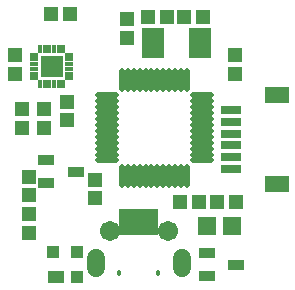
<source format=gts>
G04 ---------------------------- Layer name :TOP SOLDER LAYER*
G04 EasyEDA v5.6.15, Thu, 26 Jul 2018 23:13:41 GMT*
G04 a350aba4d1a84c778ca10979b53d7052*
G04 Gerber Generator version 0.2*
G04 Scale: 100 percent, Rotated: No, Reflected: No *
G04 Dimensions in inches *
G04 leading zeros omitted , absolute positions ,2 integer and 4 decimal *
%FSLAX24Y24*%
%MOIN*%
G90*
G70D02*

%ADD10C,0.018000*%
%ADD15C,0.019024*%
%ADD17R,0.057213X0.035559*%
%ADD18R,0.047370X0.051307*%
%ADD19R,0.051307X0.047370*%
%ADD20R,0.059200X0.063100*%
%ADD21R,0.074929X0.102490*%
%ADD22R,0.029654X0.015874*%
%ADD23R,0.015874X0.029654*%
%ADD24R,0.042449X0.039496*%
%ADD25R,0.041000X0.041000*%
%ADD26R,0.055000X0.041000*%
%ADD27R,0.025717X0.086740*%
%ADD28R,0.067055X0.031600*%
%ADD29R,0.078866X0.055200*%
%ADD30C,0.067055*%
%ADD31C,0.059181*%

%LPD*%
G54D15*
G01X6400Y7242D02*
G01X6400Y6643D01*
G01X6203Y7242D02*
G01X6203Y6643D01*
G01X6006Y7242D02*
G01X6006Y6643D01*
G01X5809Y7242D02*
G01X5809Y6643D01*
G01X5612Y7242D02*
G01X5612Y6643D01*
G01X5415Y7242D02*
G01X5415Y6643D01*
G01X5218Y7242D02*
G01X5218Y6643D01*
G01X5021Y7242D02*
G01X5021Y6643D01*
G01X4825Y7242D02*
G01X4825Y6643D01*
G01X4628Y7242D02*
G01X4628Y6643D01*
G01X4431Y7242D02*
G01X4431Y6643D01*
G01X4234Y7242D02*
G01X4234Y6643D01*
G01X4022Y6431D02*
G01X3423Y6431D01*
G01X4022Y6234D02*
G01X3423Y6234D01*
G01X4022Y6037D02*
G01X3423Y6037D01*
G01X4022Y5840D02*
G01X3423Y5840D01*
G01X4022Y5643D02*
G01X3423Y5643D01*
G01X4022Y5446D02*
G01X3423Y5446D01*
G01X4022Y5250D02*
G01X3423Y5250D01*
G01X4022Y5053D02*
G01X3423Y5053D01*
G01X4022Y4856D02*
G01X3423Y4856D01*
G01X4022Y4659D02*
G01X3423Y4659D01*
G01X4022Y4462D02*
G01X3423Y4462D01*
G01X4022Y4265D02*
G01X3423Y4265D01*
G01X4234Y4053D02*
G01X4234Y3454D01*
G01X4431Y4053D02*
G01X4431Y3454D01*
G01X4628Y4053D02*
G01X4628Y3454D01*
G01X4825Y4053D02*
G01X4825Y3454D01*
G01X5021Y4053D02*
G01X5021Y3454D01*
G01X5218Y4053D02*
G01X5218Y3454D01*
G01X5415Y4053D02*
G01X5415Y3454D01*
G01X5612Y4053D02*
G01X5612Y3454D01*
G01X5809Y4053D02*
G01X5809Y3454D01*
G01X6006Y4053D02*
G01X6006Y3454D01*
G01X6203Y4053D02*
G01X6203Y3454D01*
G01X6400Y4053D02*
G01X6400Y3454D01*
G01X7211Y4265D02*
G01X6612Y4265D01*
G01X7211Y4462D02*
G01X6612Y4462D01*
G01X7211Y4659D02*
G01X6612Y4659D01*
G01X7211Y4856D02*
G01X6612Y4856D01*
G01X7211Y5053D02*
G01X6612Y5053D01*
G01X7211Y5250D02*
G01X6612Y5250D01*
G01X7211Y5446D02*
G01X6612Y5446D01*
G01X7211Y5643D02*
G01X6612Y5643D01*
G01X7211Y5840D02*
G01X6612Y5840D01*
G01X7211Y6037D02*
G01X6612Y6037D01*
G01X7211Y6234D02*
G01X6612Y6234D01*
G01X7211Y6431D02*
G01X6612Y6431D01*
G54D31*
G01X6225Y1024D02*
G01X6225Y669D01*
G01X3375Y1024D02*
G01X3375Y669D01*
G54D17*
G01X8042Y792D03*
G01X7057Y419D03*
G01X7057Y1166D03*
G54D18*
G01X2494Y9143D03*
G01X1863Y9143D03*
G54D19*
G01X660Y7158D03*
G01X660Y7788D03*
G01X1649Y5986D03*
G01X1649Y5356D03*
G54D20*
G01X7907Y2093D03*
G01X7080Y2093D03*
G54D19*
G01X2400Y5598D03*
G01X2400Y6228D03*
G54D21*
G01X6822Y8173D03*
G01X5278Y8173D03*
G54D18*
G01X5105Y9042D03*
G01X5736Y9042D03*
G01X6944Y9043D03*
G01X6313Y9043D03*
G54D19*
G01X7999Y7786D03*
G01X7999Y7156D03*
G54D18*
G01X6794Y2893D03*
G01X6163Y2893D03*
G54D19*
G01X3350Y2998D03*
G01X3350Y3628D03*
G01X4399Y8986D03*
G01X4399Y8356D03*
G54D22*
G01X1300Y7792D03*
G01X1300Y7635D03*
G01X1300Y7477D03*
G01X1300Y7320D03*
G01X1300Y7162D03*
G01X1300Y7005D03*
G54D23*
G01X1496Y6808D03*
G01X1654Y6808D03*
G01X1811Y6808D03*
G01X1969Y6808D03*
G01X2126Y6808D03*
G01X2284Y6808D03*
G54D22*
G01X2480Y7005D03*
G01X2480Y7162D03*
G01X2480Y7320D03*
G01X2480Y7477D03*
G01X2480Y7635D03*
G01X2480Y7792D03*
G54D23*
G01X2284Y7989D03*
G01X2126Y7989D03*
G01X1969Y7989D03*
G01X1811Y7989D03*
G01X1654Y7989D03*
G01X1496Y7989D03*
G54D24*
G01X2061Y7241D03*
G01X2061Y7556D03*
G01X1719Y7241D03*
G01X1719Y7556D03*
G54D25*
G01X2740Y1202D03*
G01X1950Y1202D03*
G01X2740Y382D03*
G54D26*
G01X2030Y382D03*
G54D27*
G01X5307Y2219D03*
G01X5051Y2219D03*
G01X4796Y2219D03*
G01X4540Y2219D03*
G01X4284Y2219D03*
G54D10*
G01X5428Y521D03*
G01X4137Y527D03*
G54D30*
G01X3851Y1909D03*
G01X5757Y1909D03*
G54D18*
G01X8044Y2893D03*
G01X7413Y2893D03*
G54D19*
G01X1150Y1848D03*
G01X1150Y2478D03*
G01X1150Y3098D03*
G01X1150Y3728D03*
G01X899Y5986D03*
G01X899Y5356D03*
G54D17*
G01X2692Y3892D03*
G01X1707Y3519D03*
G01X1707Y4266D03*
G54D28*
G01X7880Y5944D03*
G54D29*
G01X9395Y6456D03*
G01X9395Y3464D03*
G54D28*
G01X7880Y5551D03*
G01X7880Y5157D03*
G01X7880Y4763D03*
G01X7879Y3976D03*
G01X7879Y4370D03*
M00*
M02*

</source>
